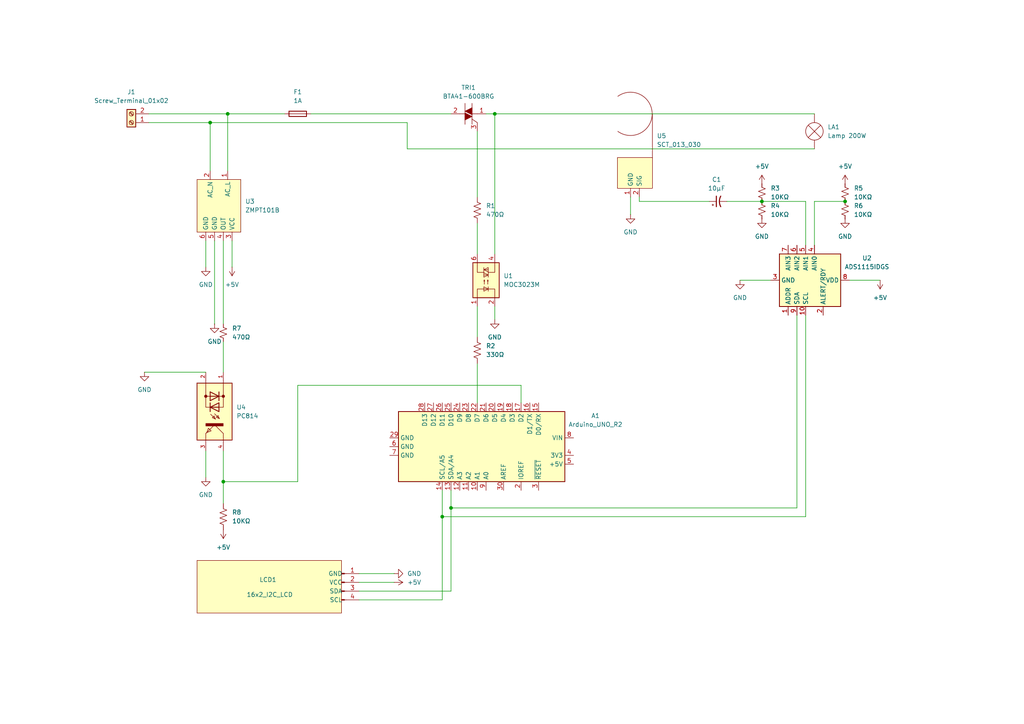
<source format=kicad_sch>
(kicad_sch (version 20250114) (generator "eeschema") (generator_version "9.0")
  (paper "A4")
  (title_block (date "2025-10-31") (rev "1.0"))
  (lib_symbols
    (symbol "Analog_ADC:ADS1115IDGS"
      (property "Reference" "U" (at 2.54 13.97 0))
      (property "Value" "ADS1115IDGS" (at 7.62 11.43 0))
      (symbol "ADS1115IDGS_0_1"
        (rectangle (start -7.62 10.16) (end 7.62 -7.62) (stroke (width 0.254)) (fill (type background)))
      )
      (symbol "ADS1115IDGS_1_1"
        (pin input line (at -10.16 2.54 0) (length 2.54) (name "AIN0") (number "4"))
        (pin input line (at -10.16 0 0) (length 2.54) (name "AIN1") (number "5"))
        (pin input line (at -10.16 -2.54 0) (length 2.54) (name "AIN2") (number "6"))
        (pin input line (at -10.16 -5.08 0) (length 2.54) (name "AIN3") (number "7"))
        (pin power_in line (at 0 12.7 270) (length 2.54) (name "VDD") (number "8"))
        (pin power_in line (at 0 -10.16 90) (length 2.54) (name "GND") (number "3"))
        (pin output line (at 10.16 5.08 180) (length 2.54) (name "ALERT/RDY") (number "2"))
        (pin input line (at 10.16 0 180) (length 2.54) (name "SCL") (number "10"))
        (pin bidirectional line (at 10.16 -2.54 180) (length 2.54) (name "SDA") (number "9"))
        (pin input line (at 10.16 -5.08 180) (length 2.54) (name "ADDR") (number "1"))
      )
    )
    (symbol "Connector:Conn_01x04_Pin" (pin_names (offset 1.016))
      (property "Reference" "LCD1" (at -20.066 2.032 0))
      (property "Value" "16x2_I2C_LCD" (at -19.558 -2.286 0))
      (symbol "Conn_01x04_Pin_1_1"
        (rectangle (start -40.64 7.62) (end 1.27 -7.62) (fill (type background)))
        (rectangle (start 2.1336 3.937) (end 1.27 3.683) (stroke (width 0.1524)) (fill (type outline)))
        (rectangle (start 2.1336 1.397) (end 1.27 1.143) (stroke (width 0.1524)) (fill (type outline)))
        (rectangle (start 2.1336 -1.143) (end 1.27 -1.397) (stroke (width 0.1524)) (fill (type outline)))
        (rectangle (start 2.1336 -3.683) (end 1.27 -3.937) (stroke (width 0.1524)) (fill (type outline)))
        (polyline (pts (xy 2.54 3.81) (xy 2.1336 3.81)) (stroke (width 0.1524)))
        (polyline (pts (xy 2.54 1.27) (xy 2.1336 1.27)) (stroke (width 0.1524)))
        (polyline (pts (xy 2.54 -1.27) (xy 2.1336 -1.27)) (stroke (width 0.1524)))
        (polyline (pts (xy 2.54 -3.81) (xy 2.1336 -3.81)) (stroke (width 0.1524)))
        (pin power_in line (at 6.35 3.81 180) (length 3.81) (name "GND") (number "1"))
        (pin power_in line (at 6.35 1.27 180) (length 3.81) (name "VCC") (number "2"))
        (pin bidirectional line (at 6.35 -1.27 180) (length 3.81) (name "SDA") (number "3"))
        (pin bidirectional line (at 6.35 -3.81 180) (length 3.81) (name "SCL") (number "4"))
      )
    )
    (symbol "Connector:Screw_Terminal_01x02" (pin_names (offset 1.016) (hide yes))
      (property "Reference" "J" (at 0 2.54 0))
      (property "Value" "Screw_Terminal_01x02" (at 0 -5.08 0))
      (symbol "Screw_Terminal_01x02_1_1"
        (rectangle (start -1.27 1.27) (end 1.27 -3.81) (stroke (width 0.254)) (fill (type background)))
        (polyline (pts (xy -0.5334 0.3302) (xy 0.3302 -0.508)) (stroke (width 0.1524)))
        (polyline (pts (xy -0.5334 -2.2098) (xy 0.3302 -3.048)) (stroke (width 0.1524)))
        (polyline (pts (xy -0.3556 0.508) (xy 0.508 -0.3302)) (stroke (width 0.1524)))
        (polyline (pts (xy -0.3556 -2.032) (xy 0.508 -2.8702)) (stroke (width 0.1524)))
        (circle (center 0 0) (radius 0.635) (stroke (width 0.1524)))
        (circle (center 0 -2.54) (radius 0.635) (stroke (width 0.1524)))
        (pin passive line (at -5.08 0 0) (length 3.81) (name "Pin_1") (number "1"))
        (pin passive line (at -5.08 -2.54 0) (length 3.81) (name "Pin_2") (number "2"))
      )
    )
    (symbol "Device:C_Polarized_Small_US" (pin_numbers (hide yes)) (pin_names (offset 0.254) (hide yes))
      (property "Reference" "C" (at 0.254 1.778 0))
      (property "Value" "C_Polarized_Small_US" (at 0.254 -2.032 0))
      (symbol "C_Polarized_Small_US_0_1"
        (polyline (pts (xy -1.524 0.508) (xy 1.524 0.508)) (stroke (width 0.3048)))
        (polyline (pts (xy -1.27 1.524) (xy -0.762 1.524)))
        (polyline (pts (xy -1.016 1.27) (xy -1.016 1.778)))
        (arc (start -1.524 -0.762) (mid 0 -0.3734) (end 1.524 -0.762) (stroke (width 0.3048)))
      )
      (symbol "C_Polarized_Small_US_1_1"
        (pin passive line (at 0 2.54 270) (length 2.032) (name "~") (number "1"))
        (pin passive line (at 0 -2.54 90) (length 2.032) (name "~") (number "2"))
      )
    )
    (symbol "Device:Fuse" (pin_numbers (hide yes)) (pin_names (offset 0))
      (property "Reference" "F" (at 2.032 0 90))
      (property "Value" "Fuse" (at -1.905 0 90))
      (symbol "Fuse_0_1"
        (rectangle (start -0.762 -2.54) (end 0.762 2.54) (stroke (width 0.254)))
        (polyline (pts (xy 0 2.54) (xy 0 -2.54)))
      )
      (symbol "Fuse_1_1"
        (pin passive line (at 0 3.81 270) (length 1.27) (name "~") (number "1"))
        (pin passive line (at 0 -3.81 90) (length 1.27) (name "~") (number "2"))
      )
    )
    (symbol "Device:Lamp" (pin_numbers (hide yes)) (pin_names (offset 0.0254) (hide yes))
      (property "Reference" "LA" (at 0.635 3.81 0))
      (property "Value" "Lamp" (at 0.635 -3.81 0))
      (symbol "Lamp_0_1"
        (polyline (pts (xy -1.778 1.778) (xy 1.778 -1.778)))
        (circle (center 0 0) (radius 2.54))
        (polyline (pts (xy 1.778 1.778) (xy -1.778 -1.778)))
      )
      (symbol "Lamp_1_1"
        (pin passive line (at 0 5.08 270) (length 2.54) (name "+") (number "2"))
        (pin passive line (at 0 -5.08 90) (length 2.54) (name "-") (number "1"))
      )
    )
    (symbol "Device:R_Small_US" (pin_numbers (hide yes)) (pin_names (offset 0.254) (hide yes))
      (property "Reference" "R" (at 0.762 0.508 0))
      (property "Value" "R_Small_US" (at 0.762 -1.016 0))
      (symbol "R_Small_US_1_1"
        (polyline (pts (xy 0 1.524) (xy 1.016 1.143) (xy 0 0.762) (xy -1.016 0.381) (xy 0 0)))
        (polyline (pts (xy 0 0) (xy 1.016 -0.381) (xy 0 -0.762) (xy -1.016 -1.143) (xy 0 -1.524)))
        (pin passive line (at 0 2.54 270) (length 1.016) (name "~") (number "1"))
        (pin passive line (at 0 -2.54 90) (length 1.016) (name "~") (number "2"))
      )
    )
    (symbol "Device:R_US" (pin_numbers (hide yes)) (pin_names (offset 0))
      (property "Reference" "R" (at 2.54 0 90))
      (property "Value" "R_US" (at -2.54 0 90))
      (symbol "R_US_0_1"
        (polyline (pts (xy 0 2.286) (xy 0 2.54)))
        (polyline (pts (xy 0 2.286) (xy 1.016 1.905) (xy 0 1.524) (xy -1.016 1.143) (xy 0 0.762)))
        (polyline (pts (xy 0 0.762) (xy 1.016 0.381) (xy 0 0) (xy -1.016 -0.381) (xy 0 -0.762)))
        (polyline (pts (xy 0 -0.762) (xy 1.016 -1.143) (xy 0 -1.524) (xy -1.016 -1.905) (xy 0 -2.286)))
        (polyline (pts (xy 0 -2.286) (xy 0 -2.54)))
      )
      (symbol "R_US_1_1"
        (pin passive line (at 0 3.81 270) (length 1.27) (name "~") (number "1"))
        (pin passive line (at 0 -3.81 90) (length 1.27) (name "~") (number "2"))
      )
    )
    (symbol "MCU_Module:Arduino_UNO_R2"
      (property "Reference" "A" (at -10.16 23.495 0))
      (property "Value" "Arduino_UNO_R2" (at 5.08 -26.67 0))
      (symbol "Arduino_UNO_R2_0_1"
        (rectangle (start -10.16 22.86) (end 10.16 -25.4) (stroke (width 0.254)) (fill (type background)))
      )
      (symbol "Arduino_UNO_R2_1_1"
        (pin bidirectional line (at -12.7 15.24 0) (length 2.54) (name "D0/RX") (number "15"))
        (pin bidirectional line (at -12.7 12.7 0) (length 2.54) (name "D1/TX") (number "16"))
        (pin bidirectional line (at -12.7 10.16 0) (length 2.54) (name "D2") (number "17"))
        (pin bidirectional line (at -12.7 7.62 0) (length 2.54) (name "D3") (number "18"))
        (pin bidirectional line (at -12.7 5.08 0) (length 2.54) (name "D4") (number "19"))
        (pin bidirectional line (at -12.7 2.54 0) (length 2.54) (name "D5") (number "20"))
        (pin bidirectional line (at -12.7 0 0) (length 2.54) (name "D6") (number "21"))
        (pin bidirectional line (at -12.7 -2.54 0) (length 2.54) (name "D7") (number "22"))
        (pin bidirectional line (at -12.7 -5.08 0) (length 2.54) (name "D8") (number "23"))
        (pin bidirectional line (at -12.7 -7.62 0) (length 2.54) (name "D9") (number "24"))
        (pin bidirectional line (at -12.7 -10.16 0) (length 2.54) (name "D10") (number "25"))
        (pin bidirectional line (at -12.7 -12.7 0) (length 2.54) (name "D11") (number "26"))
        (pin bidirectional line (at -12.7 -15.24 0) (length 2.54) (name "D12") (number "27"))
        (pin bidirectional line (at -12.7 -17.78 0) (length 2.54) (name "D13") (number "28"))
        (pin no_connect line (at -10.16 -20.32 0) (length 2.54) (hide yes) (name "NC") (number "1"))
        (pin power_in line (at -2.54 25.4 270) (length 2.54) (name "VIN") (number "8"))
        (pin power_in line (at -2.54 -27.94 90) (length 2.54) (name "GND") (number "29"))
        (pin power_in line (at 0 -27.94 90) (length 2.54) (name "GND") (number "6"))
        (pin power_out line (at 2.54 25.4 270) (length 2.54) (name "3V3") (number "4"))
        (pin power_in line (at 2.54 -27.94 90) (length 2.54) (name "GND") (number "7"))
        (pin power_out line (at 5.08 25.4 270) (length 2.54) (name "+5V") (number "5"))
        (pin input line (at 12.7 15.24 180) (length 2.54) (name "~{RESET}") (number "3"))
        (pin output line (at 12.7 10.16 180) (length 2.54) (name "IOREF") (number "2"))
        (pin input line (at 12.7 5.08 180) (length 2.54) (name "AREF") (number "30"))
        (pin bidirectional line (at 12.7 0 180) (length 2.54) (name "A0") (number "9"))
        (pin bidirectional line (at 12.7 -2.54 180) (length 2.54) (name "A1") (number "10"))
        (pin bidirectional line (at 12.7 -5.08 180) (length 2.54) (name "A2") (number "11"))
        (pin bidirectional line (at 12.7 -7.62 180) (length 2.54) (name "A3") (number "12"))
        (pin bidirectional line (at 12.7 -10.16 180) (length 2.54) (name "SDA/A4") (number "13"))
        (pin bidirectional line (at 12.7 -12.7 180) (length 2.54) (name "SCL/A5") (number "14"))
      )
    )
    (symbol "My_Library:SCT_013_030_Module"
      (property "Reference" "U" (at 6.096 1.778 0))
      (property "Value" "SCT_013_030" (at 0 0 0))
      (symbol "SCT_013_030_Module_0_1"
        (arc (start -4.953 22.86) (mid 5.0046 17.78) (end -4.953 12.7))
        (polyline (pts (xy 5.08 5.08) (xy 5.08 17.78)))
      )
      (symbol "SCT_013_030_Module_1_1"
        (rectangle (start -5.08 5.08) (end 5.08 -3.81) (fill (type background)))
        (pin passive line (at -1.27 -6.35 90) (length 2.54) (name "GND") (number "1"))
        (pin passive line (at 1.27 -6.35 90) (length 2.54) (name "SIG") (number "2"))
      )
    )
    (symbol "My_Library:ZMPT101B_Module"
      (property "Reference" "U?" (at 8.128 1.27 0))
      (property "Value" "ZMPT101B" (at 11.684 -1.778 0))
      (symbol "ZMPT101B_Module_1_1"
        (rectangle (start -6.35 7.62) (end 6.35 -7.62) (fill (type background)))
        (pin power_in line (at -3.81 -10.16 90) (length 2.54) (name "GND") (number "6"))
        (pin passive line (at -2.54 10.16 270) (length 2.54) (name "AC_N") (number "2"))
        (pin input line (at -1.27 -10.16 90) (length 2.54) (name "GND") (number "5"))
        (pin output line (at 1.27 -10.16 90) (length 2.54) (name "OUT") (number "4"))
        (pin passive line (at 2.54 10.16 270) (length 2.54) (name "AC_L") (number "1"))
        (pin power_in line (at 3.81 -10.16 90) (length 2.54) (name "VCC") (number "3"))
      )
    )
    (symbol "PC814:PC814" (pin_names (offset 1.016))
      (property "Reference" "U?" (at -0.0001 6.35 90))
      (property "Value" "PC814" (at 2.5399 6.35 90))
      (symbol "PC814_0_0"
        (rectangle (start -6.985 5.08) (end 9.525 -5.08) (stroke (width 0.254)) (fill (type background)))
        (polyline (pts (xy -4.445 1.27) (xy -3.175 1.27)) (stroke (width 0.254)))
        (polyline (pts (xy -4.445 -1.27) (xy -3.175 1.27)) (stroke (width 0.254)))
        (polyline (pts (xy -4.445 -1.27) (xy -3.175 -1.27)) (stroke (width 0.254)))
        (circle (center -3.175 2.54) (radius 0.254) (stroke (width 0.4064)))
        (polyline (pts (xy -3.175 2.54) (xy -7.62 2.54)) (stroke (width 0.1524)))
        (polyline (pts (xy -3.175 2.54) (xy -3.175 1.27)) (stroke (width 0.1524)))
        (polyline (pts (xy -3.175 2.54) (xy 0 2.54)) (stroke (width 0.1524)))
        (polyline (pts (xy -3.175 1.27) (xy -1.905 1.27)) (stroke (width 0.254)))
        (polyline (pts (xy -3.175 1.27) (xy -1.905 -1.27)) (stroke (width 0.254)))
        (polyline (pts (xy -3.175 -1.27) (xy -3.175 1.27)) (stroke (width 0.254)))
        (polyline (pts (xy -3.175 -1.27) (xy -1.905 -1.27)) (stroke (width 0.254)))
        (circle (center -3.175 -2.54) (radius 0.254) (stroke (width 0.4064)))
        (polyline (pts (xy -3.175 -2.54) (xy -7.62 -2.54)) (stroke (width 0.1524)))
        (polyline (pts (xy -3.175 -2.54) (xy -3.175 -1.27)) (stroke (width 0.1524)))
        (polyline (pts (xy -3.175 -2.54) (xy 0 -2.54)) (stroke (width 0.1524)))
        (polyline (pts (xy 0 2.54) (xy 0 1.27)) (stroke (width 0.1524)))
        (polyline (pts (xy 0 1.27) (xy -1.27 1.27)) (stroke (width 0.254)))
        (polyline (pts (xy 0 1.27) (xy 0 -1.27)) (stroke (width 0.254)))
        (polyline (pts (xy 0 -1.27) (xy -1.27 1.27)) (stroke (width 0.254)))
        (polyline (pts (xy 0 -1.27) (xy -1.27 -1.27)) (stroke (width 0.254)))
        (polyline (pts (xy 0 -2.54) (xy 0 -1.27)) (stroke (width 0.1524)))
        (polyline (pts (xy 1.27 1.27) (xy 0 1.27)) (stroke (width 0.254)))
        (polyline (pts (xy 1.27 1.27) (xy 0 -1.27)) (stroke (width 0.254)))
        (polyline (pts (xy 1.27 -1.27) (xy 0 -1.27)) (stroke (width 0.254)))
        (polyline (pts (xy 1.905 0) (xy 3.302 1.397)) (stroke (width 0.1524)))
        (polyline (pts (xy 2.032 -1.143) (xy 3.429 0.254)) (stroke (width 0.1524)))
        (polyline (pts (xy 2.413 1.016) (xy 2.921 0.508)) (stroke (width 0.1524)))
        (polyline (pts (xy 2.54 -0.127) (xy 3.048 -0.635)) (stroke (width 0.1524)))
        (polyline (pts (xy 2.921 0.508) (xy 3.302 1.397)) (stroke (width 0.1524)))
        (polyline (pts (xy 3.048 -0.635) (xy 3.429 0.254)) (stroke (width 0.1524)))
        (polyline (pts (xy 3.302 1.397) (xy 2.413 1.016)) (stroke (width 0.1524)))
        (polyline (pts (xy 3.429 0.254) (xy 2.54 -0.127)) (stroke (width 0.1524)))
        (rectangle (start 4.7005 -2.5408) (end 5.461 2.54) (stroke (width 0.1)) (fill (type outline)))
        (polyline (pts (xy 5.08 0) (xy 7.366 -2.286)) (stroke (width 0.1524)))
        (polyline (pts (xy 6.096 -1.778) (xy 6.858 -1.016)) (stroke (width 0.1524)))
        (polyline (pts (xy 6.858 -1.016) (xy 7.366 -2.286)) (stroke (width 0.1524)))
        (polyline (pts (xy 7.366 -2.286) (xy 6.096 -1.778)) (stroke (width 0.1524)))
        (polyline (pts (xy 7.366 -2.286) (xy 7.62 -2.54)) (stroke (width 0.1524)))
        (polyline (pts (xy 7.62 2.54) (xy 5.08 0)) (stroke (width 0.1524)))
        (polyline (pts (xy 7.62 2.54) (xy 10.16 2.54)) (stroke (width 0.1524)))
        (polyline (pts (xy 7.62 -2.54) (xy 10.16 -2.54)) (stroke (width 0.1524)))
        (pin passive line (at -10.16 2.54 0) (length 2.54) (name "~") (number "1"))
        (pin passive line (at -10.16 -2.54 0) (length 2.54) (name "~") (number "2"))
        (pin passive line (at 12.7 2.54 180) (length 2.54) (name "~") (number "4"))
        (pin passive line (at 12.7 -2.54 180) (length 2.54) (name "~") (number "3"))
      )
    )
    (symbol "Relay_SolidState:MOC3023M"
      (property "Reference" "U" (at -5.334 4.826 0))
      (property "Value" "MOC3023M" (at 0 5.08 0))
      (symbol "MOC3023M_0_1"
        (rectangle (start -5.08 3.81) (end 5.08 -3.81) (stroke (width 0.254)) (fill (type background)))
        (polyline (pts (xy -5.08 2.54) (xy -2.54 2.54) (xy -2.54 -2.54) (xy -5.08 -2.54)))
        (polyline (pts (xy -3.175 -0.635) (xy -1.905 -0.635)))
        (polyline (pts (xy -2.54 -0.635) (xy -3.175 0.635) (xy -1.905 0.635) (xy -2.54 -0.635)))
        (polyline (pts (xy -1.143 0.508) (xy 0.127 0.508) (xy -0.254 0.381) (xy -0.254 0.635) (xy 0.127 0.508)))
        (polyline (pts (xy -1.143 -0.508) (xy 0.127 -0.508) (xy -0.254 -0.635) (xy -0.254 -0.381) (xy 0.127 -0.508)))
        (polyline (pts (xy 0.889 -0.635) (xy 3.683 -0.635) (xy 3.048 0.635) (xy 2.413 -0.635)))
        (polyline (pts (xy 1.524 -0.635) (xy 1.524 0.635)))
        (polyline (pts (xy 2.286 0.635) (xy 2.286 2.54) (xy 5.08 2.54)))
        (polyline (pts (xy 2.286 -0.635) (xy 2.286 -2.54) (xy 5.08 -2.54)))
        (polyline (pts (xy 3.048 0.635) (xy 3.048 -0.635)))
        (polyline (pts (xy 3.683 0.635) (xy 0.889 0.635) (xy 1.524 -0.635) (xy 2.159 0.635)))
      )
      (symbol "MOC3023M_1_1"
        (pin passive line (at -7.62 2.54 0) (length 2.54) (name "~") (number "1"))
        (pin passive line (at -7.62 -2.54 0) (length 2.54) (name "~") (number "2"))
        (pin no_connect line (at -5.08 0 0) (length 2.54) (hide yes) (name "NC") (number "3"))
        (pin no_connect line (at 5.08 0 180) (length 2.54) (hide yes) (name "NC") (number "5"))
        (pin passive line (at 7.62 2.54 180) (length 2.54) (name "~") (number "6"))
        (pin passive line (at 7.62 -2.54 180) (length 2.54) (name "~") (number "4"))
      )
    )
    (symbol "dk_Thyristors-TRIACs:BTA41-600BRG" (pin_names (offset 0) (hide yes))
      (property "Reference" "TRI" (at -3.175 2.54 0))
      (property "Value" "BTA41-600BRG" (at 2.54 -2.54 0))
      (symbol "BTA41-600BRG_0_1"
        (polyline (pts (xy -3.048 1.016) (xy 3.048 1.016)))
        (polyline (pts (xy -2.54 -2.54) (xy -1.524 -1.016)))
        (polyline (pts (xy -0.762 -1.016) (xy -1.778 1.016) (xy 0.254 1.016) (xy -0.762 -1.016)) (fill (type outline)))
        (polyline (pts (xy 0 2.54) (xy 0 1.016)))
        (polyline (pts (xy 0 -2.54) (xy 0 -1.016)))
        (polyline (pts (xy 0.762 1.016) (xy -0.254 -1.016) (xy 1.778 -1.016) (xy 0.762 1.016)) (fill (type outline)))
        (polyline (pts (xy 3.048 -1.016) (xy -3.048 -1.016)))
      )
      (symbol "BTA41-600BRG_1_1"
        (pin input line (at -5.08 -2.54 0) (length 2.54) (name "G") (number "3"))
        (pin passive line (at 0 5.08 270) (length 2.54) (name "A2") (number "2"))
        (pin passive line (at 0 -5.08 90) (length 2.54) (name "A1") (number "1"))
      )
    )
    (symbol "power:+5V" (power) (pin_numbers (hide yes)) (pin_names (offset 0) (hide yes))
      (property "Value" "+5V" (at 0 3.556 0))
      (symbol "+5V_0_1"
        (polyline (pts (xy -0.762 1.27) (xy 0 2.54)))
        (polyline (pts (xy 0 2.54) (xy 0.762 1.27)))
        (polyline (pts (xy 0 0) (xy 0 2.54)))
      )
      (symbol "+5V_1_1"
        (pin power_in line (at 0 0 90) (length 0) (name "~") (number "1"))
      )
    )
    (symbol "power:GND" (power) (pin_numbers (hide yes)) (pin_names (offset 0) (hide yes))
      (property "Value" "GND" (at 0 -3.81 0))
      (symbol "GND_0_1"
        (polyline (pts (xy 0 0) (xy 0 -1.27) (xy 1.27 -1.27) (xy 0 -2.54) (xy -1.27 -1.27) (xy 0 -1.27)))
      )
      (symbol "GND_1_1"
        (pin power_in line (at 0 0 270) (length 0) (name "~") (number "1"))
      )
    )
  )
  (junction (at 143.51 33.02))
  (junction (at 66.04 33.02))
  (junction (at 64.77 139.7))
  (junction (at 128.27 149.86))
  (junction (at 130.81 147.32))
  (junction (at 60.96 35.56))
  (junction (at 245.11 58.42))
  (junction (at 220.98 58.42))
  (wire (pts (xy 128.27 149.86) (xy 233.68 149.86)))
  (wire (pts (xy 66.04 33.02) (xy 66.04 49.53)))
  (wire (pts (xy 140.97 33.02) (xy 143.51 33.02)))
  (wire (pts (xy 233.68 58.42) (xy 233.68 71.12)))
  (wire (pts (xy 214.63 81.28) (xy 223.52 81.28)))
  (wire (pts (xy 128.27 142.24) (xy 128.27 149.86)))
  (wire (pts (xy 104.14 173.99) (xy 128.27 173.99)))
  (wire (pts (xy 67.31 69.85) (xy 67.31 77.47)))
  (wire (pts (xy 151.13 111.76) (xy 86.36 111.76)))
  (wire (pts (xy 210.82 58.42) (xy 220.98 58.42)))
  (wire (pts (xy 130.81 147.32) (xy 130.81 171.45)))
  (wire (pts (xy 43.18 35.56) (xy 60.96 35.56)))
  (wire (pts (xy 231.14 91.44) (xy 231.14 147.32)))
  (wire (pts (xy 128.27 149.86) (xy 128.27 173.99)))
  (wire (pts (xy 64.77 139.7) (xy 64.77 146.05)))
  (wire (pts (xy 64.77 99.06) (xy 64.77 107.95)))
  (wire (pts (xy 185.42 58.42) (xy 205.74 58.42)))
  (wire (pts (xy 143.51 88.9) (xy 143.51 92.71)))
  (wire (pts (xy 104.14 171.45) (xy 130.81 171.45)))
  (wire (pts (xy 143.51 33.02) (xy 143.51 73.66)))
  (wire (pts (xy 220.98 58.42) (xy 233.68 58.42)))
  (wire (pts (xy 41.91 107.95) (xy 59.69 107.95)))
  (wire (pts (xy 64.77 130.81) (xy 64.77 139.7)))
  (wire (pts (xy 90.17 33.02) (xy 130.81 33.02)))
  (wire (pts (xy 236.22 58.42) (xy 245.11 58.42)))
  (wire (pts (xy 236.22 71.12) (xy 236.22 58.42)))
  (wire (pts (xy 118.11 43.18) (xy 236.22 43.18)))
  (wire (pts (xy 104.14 166.37) (xy 114.3 166.37)))
  (wire (pts (xy 138.43 38.1) (xy 138.43 57.15)))
  (wire (pts (xy 59.69 130.81) (xy 59.69 138.43)))
  (wire (pts (xy 118.11 35.56) (xy 118.11 43.18)))
  (wire (pts (xy 138.43 105.41) (xy 138.43 116.84)))
  (wire (pts (xy 66.04 33.02) (xy 82.55 33.02)))
  (wire (pts (xy 86.36 139.7) (xy 64.77 139.7)))
  (wire (pts (xy 185.42 57.15) (xy 185.42 58.42)))
  (wire (pts (xy 143.51 33.02) (xy 236.22 33.02)))
  (wire (pts (xy 138.43 88.9) (xy 138.43 97.79)))
  (wire (pts (xy 138.43 64.77) (xy 138.43 73.66)))
  (wire (pts (xy 104.14 168.91) (xy 114.3 168.91)))
  (wire (pts (xy 182.88 57.15) (xy 182.88 62.23)))
  (wire (pts (xy 233.68 91.44) (xy 233.68 149.86)))
  (wire (pts (xy 86.36 111.76) (xy 86.36 139.7)))
  (wire (pts (xy 64.77 69.85) (xy 64.77 93.98)))
  (wire (pts (xy 43.18 33.02) (xy 66.04 33.02)))
  (wire (pts (xy 151.13 116.84) (xy 151.13 111.76)))
  (wire (pts (xy 60.96 35.56) (xy 118.11 35.56)))
  (wire (pts (xy 130.81 142.24) (xy 130.81 147.32)))
  (wire (pts (xy 246.38 81.28) (xy 255.27 81.28)))
  (wire (pts (xy 62.23 69.85) (xy 62.23 93.98)))
  (wire (pts (xy 231.14 147.32) (xy 130.81 147.32)))
  (wire (pts (xy 59.69 69.85) (xy 59.69 77.47)))
  (wire (pts (xy 60.96 49.53) (xy 60.96 35.56)))
  (symbol (lib_id "power:GND") (at 214.63 81.28 0) (unit 1)
    (property "Reference" "#PWR015" (effects (hide yes)))
    (property "Value" "GND" (at 214.63 86.36 0))
    (property "Description" "Power symbol creates a global label with name \"GND\" , ground" (effects (hide yes)))
  )
  (symbol (lib_id "My_Library:ZMPT101B_Module") (at 63.5 59.69 0) (unit 1)
    (property "Reference" "U3" (at 71.12 58.4199 0) (effects (justify left)))
    (property "Value" "ZMPT101B" (at 71.12 60.9599 0) (effects (justify left)))
  )
  (symbol (lib_id "Device:R_Small_US") (at 245.11 55.88 0) (unit 1)
    (property "Reference" "R5" (at 247.65 54.6099 0) (effects (justify left)))
    (property "Value" "10KΩ" (at 247.65 57.1499 0) (effects (justify left)))
    (property "Description" "Resistor, small US symbol" (effects (hide yes)))
  )
  (symbol (lib_id "Device:C_Polarized_Small_US") (at 208.28 58.42 90) (unit 1)
    (property "Reference" "C1" (at 207.8482 52.07 90))
    (property "Value" "10µF" (at 207.8482 54.61 90))
    (property "Footprint" "Capacitor_THT:CP_Axial_L10.0mm_D4.5mm_P15.00mm_Horizontal" (effects (hide yes)))
    (property "Description" "Polarized capacitor, small US symbol" (effects (hide yes)))
  )
  (symbol (lib_id "power:+5V") (at 220.98 53.34 0) (unit 1)
    (property "Reference" "#PWR03" (effects (hide yes)))
    (property "Value" "+5V" (at 220.98 48.26 0))
    (property "Description" "Power symbol creates a global label with name \"+5V\"" (effects (hide yes)))
  )
  (symbol (lib_id "power:GND") (at 59.69 138.43 0) (unit 1)
    (property "Reference" "#PWR011" (effects (hide yes)))
    (property "Value" "GND" (at 59.69 143.51 0))
    (property "Description" "Power symbol creates a global label with name \"GND\" , ground" (effects (hide yes)))
  )
  (symbol (lib_id "Device:Lamp") (at 236.22 38.1 0) (unit 1)
    (property "Reference" "LA1" (at 240.03 36.8299 0) (effects (justify left)))
    (property "Value" "Lamp 200W" (at 240.03 39.3699 0) (effects (justify left)))
    (property "Description" "Lamp" (effects (hide yes)))
  )
  (symbol (lib_id "power:+5V") (at 114.3 168.91 270) (unit 1)
    (property "Reference" "#PWR013" (effects (hide yes)))
    (property "Value" "+5V" (at 118.11 168.9099 90) (effects (justify left)))
    (property "Description" "Power symbol creates a global label with name \"+5V\"" (effects (hide yes)))
  )
  (symbol (lib_id "Device:R_Small_US") (at 220.98 60.96 0) (unit 1)
    (property "Reference" "R4" (at 223.52 59.6899 0) (effects (justify left)))
    (property "Value" "10KΩ" (at 223.52 62.2299 0) (effects (justify left)))
    (property "Description" "Resistor, small US symbol" (effects (hide yes)))
  )
  (symbol (lib_id "power:+5V") (at 64.77 153.67 180) (unit 1)
    (property "Reference" "#PWR012" (effects (hide yes)))
    (property "Value" "+5V" (at 64.77 158.75 0))
    (property "Description" "Power symbol creates a global label with name \"+5V\"" (effects (hide yes)))
  )
  (symbol (lib_id "power:GND") (at 41.91 107.95 0) (unit 1)
    (property "Reference" "#PWR010" (effects (hide yes)))
    (property "Value" "GND" (at 41.91 113.03 0))
    (property "Description" "Power symbol creates a global label with name \"GND\" , ground" (effects (hide yes)))
  )
  (symbol (lib_id "Device:R_Small_US") (at 220.98 55.88 0) (unit 1)
    (property "Reference" "R3" (at 223.52 54.6099 0) (effects (justify left)))
    (property "Value" "10KΩ" (at 223.52 57.1499 0) (effects (justify left)))
    (property "Description" "Resistor, small US symbol" (effects (hide yes)))
  )
  (symbol (lib_id "power:GND") (at 62.23 93.98 0) (unit 1)
    (property "Reference" "#PWR09" (effects (hide yes)))
    (property "Value" "GND" (at 62.23 99.06 0))
    (property "Description" "Power symbol creates a global label with name \"GND\" , ground" (effects (hide yes)))
  )
  (symbol (lib_id "power:GND") (at 220.98 63.5 0) (unit 1)
    (property "Reference" "#PWR04" (effects (hide yes)))
    (property "Value" "GND" (at 220.98 68.58 0))
    (property "Description" "Power symbol creates a global label with name \"GND\" , ground" (effects (hide yes)))
  )
  (symbol (lib_id "Device:R_Small_US") (at 64.77 96.52 0) (unit 1)
    (property "Reference" "R7" (at 67.31 95.2499 0) (effects (justify left)))
    (property "Value" "470Ω" (at 67.31 97.7899 0) (effects (justify left)))
    (property "Description" "Resistor, small US symbol" (effects (hide yes)))
  )
  (symbol (lib_id "power:GND") (at 59.69 77.47 0) (unit 1)
    (property "Reference" "#PWR07" (effects (hide yes)))
    (property "Value" "GND" (at 59.69 82.55 0))
    (property "Description" "Power symbol creates a global label with name \"GND\" , ground" (effects (hide yes)))
  )
  (symbol (lib_id "dk_Thyristors-TRIACs:BTA41-600BRG") (at 135.89 33.02 90) (unit 1)
    (property "Reference" "TRI1" (at 135.89 25.4 90))
    (property "Value" "BTA41-600BRG" (at 135.89 27.94 90))
    (property "Footprint" "digikey-footprints:TOP-3_Vertical_Insulated" (effects (hide yes)))
    (property "Datasheet" "http://www.st.com/content/ccc/resource/technical/document/datasheet/bc/c6/38/ee/88/59/49/0d/CD00002263.pdf/files/CD00002263.pdf/jcr:content/translations/en.CD00002263.pdf" (effects (hide yes)))
    (property "Description" "TRIAC 600V 40A TOP3" (effects (hide yes)))
    (property "Digi-Key_PN" "497-2431-5-ND" (effects (hide yes)))
    (property "MPN" "BTA41-600BRG" (effects (hide yes)))
    (property "Category" "Discrete Semiconductor Products" (effects (hide yes)))
    (property "Family" "Thyristors - TRIACs" (effects (hide yes)))
    (property "DK_Datasheet_Link" "http://www.st.com/content/ccc/resource/technical/document/datasheet/bc/c6/38/ee/88/59/49/0d/CD00002263.pdf/files/CD00002263.pdf/jcr:content/translations/en.CD00002263.pdf" (effects (hide yes)))
    (property "DK_Detail_Page" "/product-detail/en/stmicroelectronics/BTA41-600BRG/497-2431-5-ND/603456" (effects (hide yes)))
    (property "Description_1" "TRIAC 600V 40A TOP3" (effects (hide yes)))
    (property "Manufacturer" "STMicroelectronics" (effects (hide yes)))
    (property "Status" "Active" (effects (hide yes)))
  )
  (symbol (lib_id "Analog_ADC:ADS1115IDGS") (at 233.68 81.28 270) (unit 1)
    (property "Reference" "U2" (at 251.46 74.8598 90))
    (property "Value" "ADS1115IDGS" (at 251.46 77.3998 90))
    (property "Footprint" "Package_SO:TSSOP-10_3x3mm_P0.5mm" (effects (hide yes)))
    (property "Datasheet" "http://www.ti.com/lit/ds/symlink/ads1113.pdf" (effects (hide yes)))
    (property "Description" "Ultra-Small, Low-Power, I2C-Compatible, 860-SPS, 16-Bit ADCs With Internal Reference, Oscillator, and Programmable Comparator, VSSOP-10" (effects (hide yes)))
  )
  (symbol (lib_id "power:+5V") (at 245.11 53.34 0) (unit 1)
    (property "Reference" "#PWR05" (effects (hide yes)))
    (property "Value" "+5V" (at 245.11 48.26 0))
    (property "Description" "Power symbol creates a global label with name \"+5V\"" (effects (hide yes)))
  )
  (symbol (lib_id "power:GND") (at 182.88 62.23 0) (unit 1)
    (property "Reference" "#PWR02" (effects (hide yes)))
    (property "Value" "GND" (at 182.88 67.31 0))
    (property "Description" "Power symbol creates a global label with name \"GND\" , ground" (effects (hide yes)))
  )
  (symbol (lib_id "Device:R_US") (at 138.43 101.6 0) (unit 1)
    (property "Reference" "R2" (at 140.97 100.3299 0) (effects (justify left)))
    (property "Value" "330Ω" (at 140.97 102.8699 0) (effects (justify left)))
    (property "Description" "Resistor, US symbol" (effects (hide yes)))
  )
  (symbol (lib_id "PC814:PC814") (at 62.23 118.11 270) (unit 1)
    (property "Reference" "U4" (at 68.58 118.1099 90) (effects (justify left)))
    (property "Value" "PC814" (at 68.58 120.6499 90) (effects (justify left)))
    (property "Footprint" "PC814:DIL04" (effects (hide yes)))
    (property "MF" "Essentra Components" (effects (hide yes)))
    (property "Description_1" "Optoisolator Transistor Output 5000Vrms 1 Channel 4-SMD" (effects (hide yes)))
    (property "Package" "DIP-4 Sharp" (effects (hide yes)))
    (property "Price" "None" (effects (hide yes)))
    (property "OC_FARNELL" "9707662" (effects (hide yes)))
    (property "SnapEDA_Link" "https://www.snapeda.com/parts/PC814/Essentra/view-part/?ref=snap" (effects (hide yes)))
    (property "MP" "PC814" (effects (hide yes)))
    (property "OC_NEWARK" "unknown" (effects (hide yes)))
    (property "Availability" "Not in stock" (effects (hide yes)))
    (property "Check_prices" "https://www.snapeda.com/parts/PC814/Essentra/view-part/?ref=eda" (effects (hide yes)))
  )
  (symbol (lib_id "Device:R_US") (at 64.77 149.86 0) (unit 1)
    (property "Reference" "R8" (at 67.31 148.5899 0) (effects (justify left)))
    (property "Value" "10KΩ" (at 67.31 151.1299 0) (effects (justify left)))
    (property "Description" "Resistor, US symbol" (effects (hide yes)))
  )
  (symbol (lib_id "My_Library:SCT_013_030_Module") (at 184.15 50.8 0) (unit 1)
    (property "Reference" "U5" (at 190.5 39.4076 0) (effects (justify left)))
    (property "Value" "SCT_013_030" (at 190.5 41.9476 0) (effects (justify left)))
  )
  (symbol (lib_id "power:GND") (at 114.3 166.37 90) (unit 1)
    (property "Reference" "#PWR014" (effects (hide yes)))
    (property "Value" "GND" (at 118.11 166.3699 90) (effects (justify right)))
    (property "Description" "Power symbol creates a global label with name \"GND\" , ground" (effects (hide yes)))
  )
  (symbol (lib_id "Device:R_Small_US") (at 245.11 60.96 0) (unit 1)
    (property "Reference" "R6" (at 247.65 59.6899 0) (effects (justify left)))
    (property "Value" "10KΩ" (at 247.65 62.2299 0) (effects (justify left)))
    (property "Description" "Resistor, small US symbol" (effects (hide yes)))
  )
  (symbol (lib_id "Connector:Screw_Terminal_01x02") (at 38.1 35.56 180) (unit 1)
    (property "Reference" "J1" (at 38.1 26.67 0))
    (property "Value" "Screw_Terminal_01x02" (at 38.1 29.21 0))
    (property "Description" "Generic screw terminal, single row, 01x02, script generated (kicad-library-utils/schlib/autogen/connector/)" (effects (hide yes)))
  )
  (symbol (lib_id "power:GND") (at 245.11 63.5 0) (unit 1)
    (property "Reference" "#PWR06" (effects (hide yes)))
    (property "Value" "GND" (at 245.11 68.58 0))
    (property "Description" "Power symbol creates a global label with name \"GND\" , ground" (effects (hide yes)))
  )
  (symbol (lib_id "power:+5V") (at 255.27 81.28 180) (unit 1)
    (property "Reference" "#PWR016" (effects (hide yes)))
    (property "Value" "+5V" (at 255.27 86.36 0))
    (property "Description" "Power symbol creates a global label with name \"+5V\"" (effects (hide yes)))
  )
  (symbol (lib_id "Device:R_US") (at 138.43 60.96 0) (unit 1)
    (property "Reference" "R1" (at 140.97 59.6899 0) (effects (justify left)))
    (property "Value" "470Ω" (at 140.97 62.2299 0) (effects (justify left)))
    (property "Description" "Resistor, US symbol" (effects (hide yes)))
  )
  (symbol (lib_id "Device:Fuse") (at 86.36 33.02 90) (unit 1)
    (property "Reference" "F1" (at 86.36 26.67 90))
    (property "Value" "1A" (at 86.36 29.21 90))
    (property "Footprint" "Fuse:FuseHolder_Blade_ATO_Littelfuse_FLR_178.6165" (effects (hide yes)))
    (property "Description" "Fuse" (effects (hide yes)))
  )
  (symbol (lib_id "Relay_SolidState:MOC3023M") (at 140.97 81.28 90) (unit 1)
    (property "Reference" "U1" (at 146.05 80.0099 90) (effects (justify right)))
    (property "Value" "MOC3023M" (at 146.05 82.5499 90) (effects (justify right)))
    (property "Datasheet" "https://www.onsemi.com/pub/Collateral/MOC3023M-D.PDF" (effects (hide yes)))
    (property "Description" "Random Phase Opto-Triac, Vdrm 400V, Ift 5mA, DIP6" (effects (hide yes)))
  )
  (symbol (lib_id "MCU_Module:Arduino_UNO_R2") (at 140.97 129.54 270) (unit 1)
    (property "Reference" "A1" (at 172.72 120.5798 90))
    (property "Value" "Arduino_UNO_R2" (at 172.72 123.1198 90))
    (property "Footprint" "Module:Arduino_UNO_R2" (effects (hide yes)))
    (property "Datasheet" "https://www.arduino.cc/en/Main/arduinoBoardUno" (effects (hide yes)))
    (property "Description" "Arduino UNO Microcontroller Module, release 2" (effects (hide yes)))
  )
  (symbol (lib_id "power:+5V") (at 67.31 77.47 180) (unit 1)
    (property "Reference" "#PWR08" (effects (hide yes)))
    (property "Value" "+5V" (at 67.31 82.55 0))
    (property "Description" "Power symbol creates a global label with name \"+5V\"" (effects (hide yes)))
  )
  (symbol (lib_id "power:GND") (at 143.51 92.71 0) (unit 1)
    (property "Reference" "#PWR01" (effects (hide yes)))
    (property "Value" "GND" (at 143.51 97.79 0))
    (property "Description" "Power symbol creates a global label with name \"GND\" , ground" (effects (hide yes)))
  )
  (symbol (lib_id "Connector:Conn_01x04_Pin") (at 97.79 170.18 0) (unit 1)
    (property "Reference" "LCD1" (at 77.724 168.148 0))
    (property "Value" "16x2_I2C_LCD" (at 78.232 172.466 0))
    (property "Description" "Generic connector, single row, 01x04, script generated" (effects (hide yes)))
  )
)
</source>
